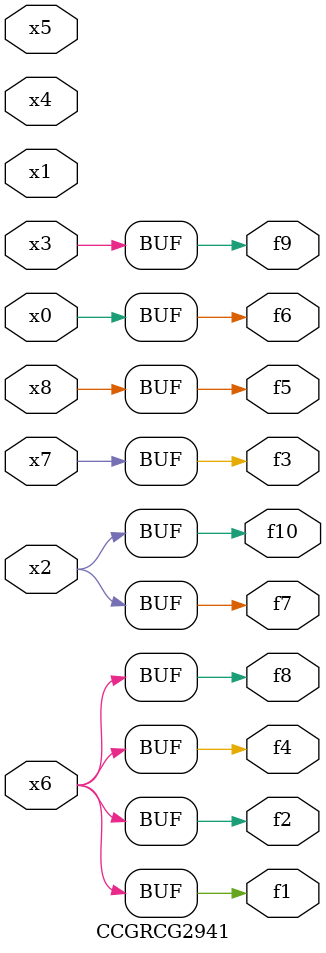
<source format=v>
module CCGRCG2941(
	input x0, x1, x2, x3, x4, x5, x6, x7, x8,
	output f1, f2, f3, f4, f5, f6, f7, f8, f9, f10
);
	assign f1 = x6;
	assign f2 = x6;
	assign f3 = x7;
	assign f4 = x6;
	assign f5 = x8;
	assign f6 = x0;
	assign f7 = x2;
	assign f8 = x6;
	assign f9 = x3;
	assign f10 = x2;
endmodule

</source>
